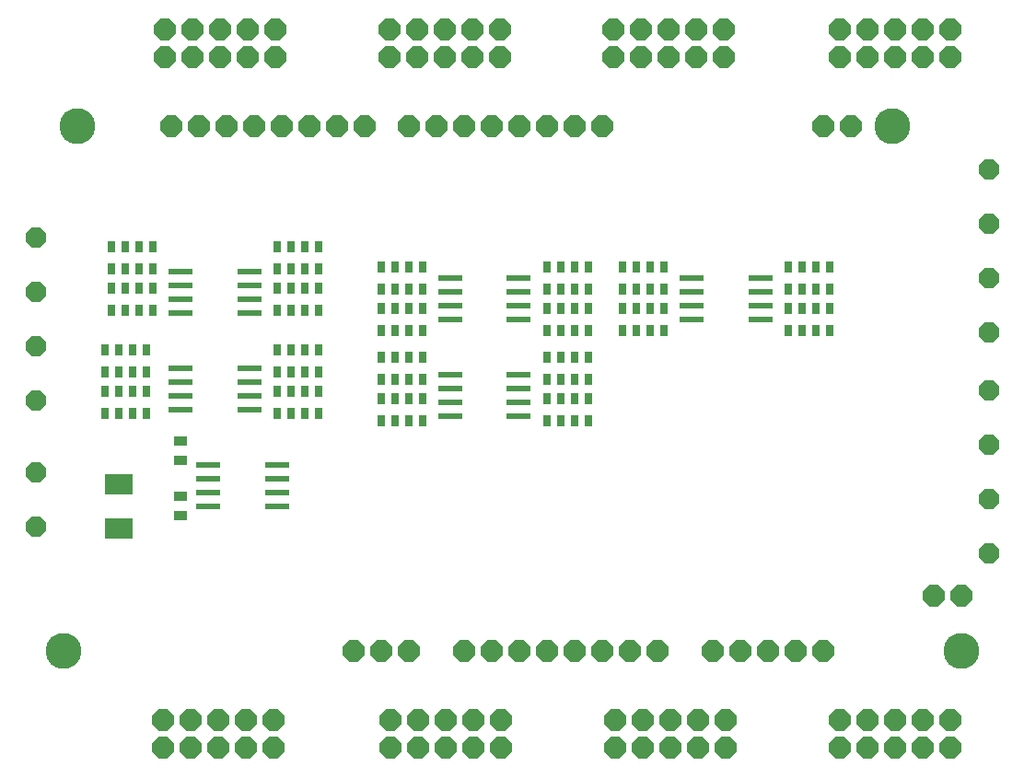
<source format=gts>
G04 EAGLE Gerber X2 export*
%TF.Part,Single*%
%TF.FileFunction,Other,Top Soldermask*%
%TF.FilePolarity,Positive*%
%TF.GenerationSoftware,Autodesk,EAGLE,8.7.1*%
%TF.CreationDate,2018-03-29T01:53:19Z*%
G75*
%MOMM*%
%FSLAX34Y34*%
%LPD*%
%AMOC8*
5,1,8,0,0,1.08239X$1,22.5*%
G01*
%ADD10P,2.144431X8X112.500000*%
%ADD11C,3.301600*%
%ADD12P,2.048207X8X202.500000*%
%ADD13P,2.048207X8X22.500000*%
%ADD14P,2.144431X8X22.500000*%
%ADD15P,2.144431X8X202.500000*%
%ADD16R,2.501600X1.901600*%
%ADD17R,2.301600X0.601600*%
%ADD18R,0.751600X1.101600*%
%ADD19R,1.301600X0.901600*%


D10*
X800100Y139700D03*
X825500Y139700D03*
X850900Y139700D03*
X876300Y139700D03*
X774700Y139700D03*
X876300Y622300D03*
X901700Y622300D03*
X571500Y139700D03*
X596900Y139700D03*
X622300Y139700D03*
X647700Y139700D03*
X673100Y139700D03*
X698500Y139700D03*
X723900Y139700D03*
X546100Y139700D03*
X520700Y622300D03*
X546100Y622300D03*
X571500Y622300D03*
X596900Y622300D03*
X622300Y622300D03*
X647700Y622300D03*
X673100Y622300D03*
X495300Y622300D03*
X302260Y622300D03*
X327660Y622300D03*
X353060Y622300D03*
X378460Y622300D03*
X403860Y622300D03*
X429260Y622300D03*
X454660Y622300D03*
X276860Y622300D03*
X977900Y190500D03*
X1003300Y190500D03*
X444500Y139700D03*
X469900Y139700D03*
X495300Y139700D03*
D11*
X190500Y622300D03*
X177800Y139700D03*
X939800Y622300D03*
X1003300Y139700D03*
D12*
X1028700Y433000D03*
X1028700Y483000D03*
X1028700Y533000D03*
X1028700Y583000D03*
X1028700Y229800D03*
X1028700Y279800D03*
X1028700Y329800D03*
X1028700Y379800D03*
D13*
X152950Y519900D03*
X152950Y469900D03*
X152950Y419900D03*
X152950Y369900D03*
D14*
X891700Y685800D03*
X891700Y711200D03*
X917100Y685800D03*
X917100Y711200D03*
X942500Y685800D03*
X942500Y711200D03*
X967900Y685800D03*
X967900Y711200D03*
X993300Y685800D03*
X993300Y711200D03*
D15*
X993300Y76200D03*
X993300Y50800D03*
X967900Y76200D03*
X967900Y50800D03*
X942500Y76200D03*
X942500Y50800D03*
X917100Y76200D03*
X917100Y50800D03*
X891700Y76200D03*
X891700Y50800D03*
D14*
X683500Y685800D03*
X683500Y711200D03*
X708900Y685800D03*
X708900Y711200D03*
X734300Y685800D03*
X734300Y711200D03*
X759700Y685800D03*
X759700Y711200D03*
X785100Y685800D03*
X785100Y711200D03*
D15*
X787000Y76200D03*
X787000Y50800D03*
X761600Y76200D03*
X761600Y50800D03*
X736200Y76200D03*
X736200Y50800D03*
X710800Y76200D03*
X710800Y50800D03*
X685400Y76200D03*
X685400Y50800D03*
D14*
X477600Y685800D03*
X477600Y711200D03*
X503000Y685800D03*
X503000Y711200D03*
X528400Y685800D03*
X528400Y711200D03*
X553800Y685800D03*
X553800Y711200D03*
X579200Y685800D03*
X579200Y711200D03*
D15*
X580300Y76200D03*
X580300Y50800D03*
X554900Y76200D03*
X554900Y50800D03*
X529500Y76200D03*
X529500Y50800D03*
X504100Y76200D03*
X504100Y50800D03*
X478700Y76200D03*
X478700Y50800D03*
D14*
X271700Y685800D03*
X271700Y711200D03*
X297100Y685800D03*
X297100Y711200D03*
X322500Y685800D03*
X322500Y711200D03*
X347900Y685800D03*
X347900Y711200D03*
X373300Y685800D03*
X373300Y711200D03*
D15*
X371300Y76200D03*
X371300Y50800D03*
X345900Y76200D03*
X345900Y50800D03*
X320500Y76200D03*
X320500Y50800D03*
X295100Y76200D03*
X295100Y50800D03*
X269700Y76200D03*
X269700Y50800D03*
D13*
X152400Y304400D03*
X152400Y254400D03*
D16*
X228600Y293300D03*
X228600Y252800D03*
D17*
X349040Y361950D03*
X349040Y374550D03*
X349040Y387250D03*
X349040Y399950D03*
X285960Y361950D03*
X285960Y374650D03*
X285960Y387350D03*
X285960Y400050D03*
D18*
X412750Y416400D03*
X400050Y416400D03*
X387350Y416400D03*
X374650Y416400D03*
X412750Y396400D03*
X400050Y396400D03*
X387350Y396400D03*
X374650Y396400D03*
X412750Y378300D03*
X400050Y378300D03*
X387350Y378300D03*
X374650Y378300D03*
X412750Y358300D03*
X400050Y358300D03*
X387350Y358300D03*
X374650Y358300D03*
X215900Y358300D03*
X228600Y358300D03*
X241300Y358300D03*
X254000Y358300D03*
X215900Y378300D03*
X228600Y378300D03*
X241300Y378300D03*
X254000Y378300D03*
X215900Y396400D03*
X228600Y396400D03*
X241300Y396400D03*
X254000Y396400D03*
X215900Y416400D03*
X228600Y416400D03*
X241300Y416400D03*
X254000Y416400D03*
D17*
X349040Y450850D03*
X349040Y463450D03*
X349040Y476150D03*
X349040Y488850D03*
X285960Y450850D03*
X285960Y463550D03*
X285960Y476250D03*
X285960Y488950D03*
D18*
X412750Y511650D03*
X400050Y511650D03*
X387350Y511650D03*
X374650Y511650D03*
X412750Y491650D03*
X400050Y491650D03*
X387350Y491650D03*
X374650Y491650D03*
X412750Y473550D03*
X400050Y473550D03*
X387350Y473550D03*
X374650Y473550D03*
X412750Y453550D03*
X400050Y453550D03*
X387350Y453550D03*
X374650Y453550D03*
X222250Y453550D03*
X234950Y453550D03*
X247650Y453550D03*
X260350Y453550D03*
X222250Y473550D03*
X234950Y473550D03*
X247650Y473550D03*
X260350Y473550D03*
X222250Y491650D03*
X234950Y491650D03*
X247650Y491650D03*
X260350Y491650D03*
X222250Y511650D03*
X234950Y511650D03*
X247650Y511650D03*
X260350Y511650D03*
D17*
X596690Y444500D03*
X596690Y457100D03*
X596690Y469800D03*
X596690Y482500D03*
X533610Y444500D03*
X533610Y457200D03*
X533610Y469900D03*
X533610Y482600D03*
D18*
X660400Y492600D03*
X647700Y492600D03*
X635000Y492600D03*
X622300Y492600D03*
X660400Y472600D03*
X647700Y472600D03*
X635000Y472600D03*
X622300Y472600D03*
X660400Y454500D03*
X647700Y454500D03*
X635000Y454500D03*
X622300Y454500D03*
X660400Y434500D03*
X647700Y434500D03*
X635000Y434500D03*
X622300Y434500D03*
X469900Y434500D03*
X482600Y434500D03*
X495300Y434500D03*
X508000Y434500D03*
X469900Y454500D03*
X482600Y454500D03*
X495300Y454500D03*
X508000Y454500D03*
X469900Y472600D03*
X482600Y472600D03*
X495300Y472600D03*
X508000Y472600D03*
X469900Y492600D03*
X482600Y492600D03*
X495300Y492600D03*
X508000Y492600D03*
D17*
X596690Y355600D03*
X596690Y368200D03*
X596690Y380900D03*
X596690Y393600D03*
X533610Y355600D03*
X533610Y368300D03*
X533610Y381000D03*
X533610Y393700D03*
D18*
X660400Y410050D03*
X647700Y410050D03*
X635000Y410050D03*
X622300Y410050D03*
X660400Y390050D03*
X647700Y390050D03*
X635000Y390050D03*
X622300Y390050D03*
X660400Y371950D03*
X647700Y371950D03*
X635000Y371950D03*
X622300Y371950D03*
X660400Y351950D03*
X647700Y351950D03*
X635000Y351950D03*
X622300Y351950D03*
X469900Y351950D03*
X482600Y351950D03*
X495300Y351950D03*
X508000Y351950D03*
X469900Y371950D03*
X482600Y371950D03*
X495300Y371950D03*
X508000Y371950D03*
X469900Y390050D03*
X482600Y390050D03*
X495300Y390050D03*
X508000Y390050D03*
X469900Y410050D03*
X482600Y410050D03*
X495300Y410050D03*
X508000Y410050D03*
D17*
X818940Y444500D03*
X818940Y457100D03*
X818940Y469800D03*
X818940Y482500D03*
X755860Y444500D03*
X755860Y457200D03*
X755860Y469900D03*
X755860Y482600D03*
D18*
X882650Y492600D03*
X869950Y492600D03*
X857250Y492600D03*
X844550Y492600D03*
X882650Y472600D03*
X869950Y472600D03*
X857250Y472600D03*
X844550Y472600D03*
X882650Y454500D03*
X869950Y454500D03*
X857250Y454500D03*
X844550Y454500D03*
X882650Y434500D03*
X869950Y434500D03*
X857250Y434500D03*
X844550Y434500D03*
X692150Y434500D03*
X704850Y434500D03*
X717550Y434500D03*
X730250Y434500D03*
X692150Y454500D03*
X704850Y454500D03*
X717550Y454500D03*
X730250Y454500D03*
X692150Y472600D03*
X704850Y472600D03*
X717550Y472600D03*
X730250Y472600D03*
X692150Y492600D03*
X704850Y492600D03*
X717550Y492600D03*
X730250Y492600D03*
D17*
X311360Y311150D03*
X311360Y298550D03*
X311360Y285850D03*
X311360Y273150D03*
X374440Y311150D03*
X374440Y298450D03*
X374440Y285750D03*
X374440Y273050D03*
D19*
X285750Y314850D03*
X285750Y332850D03*
X285750Y264050D03*
X285750Y282050D03*
M02*

</source>
